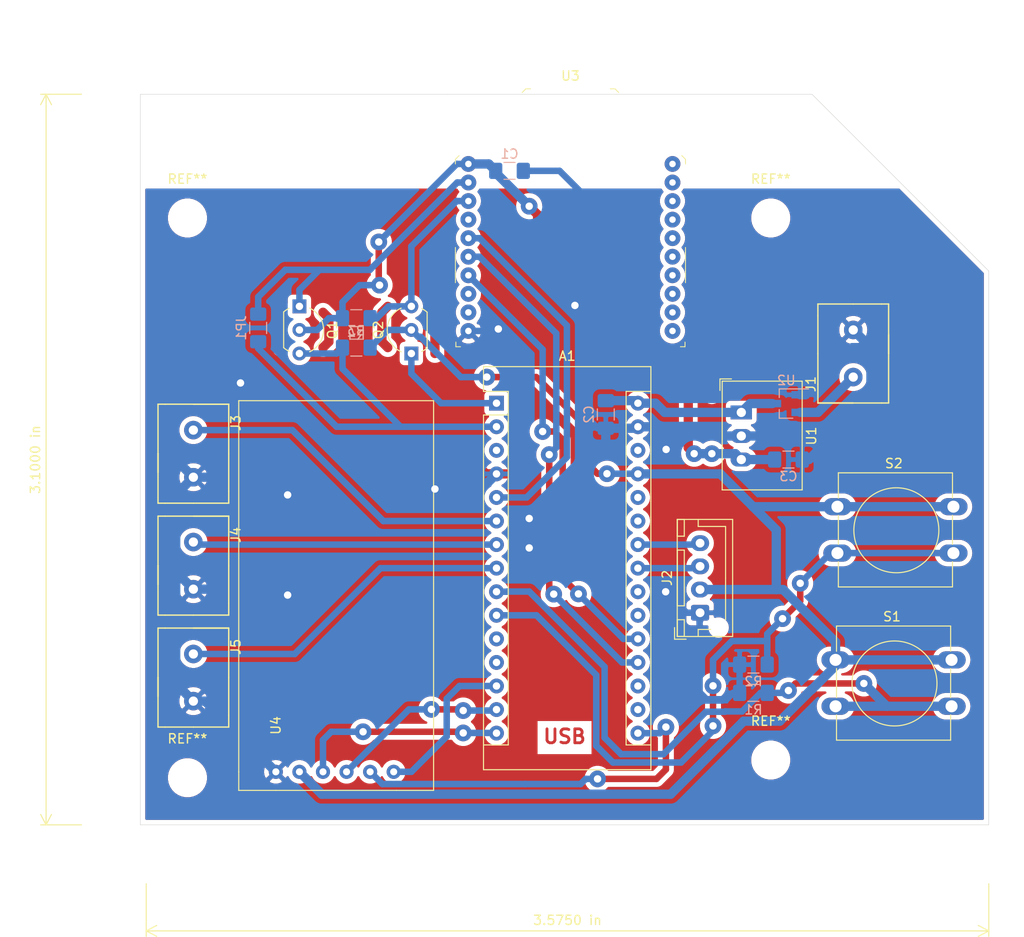
<source format=kicad_pcb>
(kicad_pcb (version 20171130) (host pcbnew 5.1.5-52549c5~84~ubuntu19.04.1)
  (layers (0 F.Cu signal) (31 B.Cu signal) (34 B.Paste user) (35 F.Paste user) (36 B.SilkS user) (37 F.SilkS user) (38 B.Mask user) (39 F.Mask user) (44 Edge.Cuts user))
  (net 0 "")
  (net 1 /TX_Duino)
  (net 2 "Net-(A1-Pad17)")
  (net 3 /RX_Duino)
  (net 4 "Net-(A1-Pad18)")
  (net 5 "Net-(A1-Pad3)")
  (net 6 /PWM0_XBEE)
  (net 7 GND)
  (net 8 /PWM1_XBEE)
  (net 9 /Xbee-reset)
  (net 10 "Net-(A1-Pad21)")
  (net 11 /IO1)
  (net 12 "Net-(A1-Pad22)")
  (net 13 /IO2)
  (net 14 /SDA)
  (net 15 /IO3)
  (net 16 /SCL)
  (net 17 "Net-(A1-Pad25)")
  (net 18 "Net-(A1-Pad26)")
  (net 19 "Net-(A1-Pad11)")
  (net 20 +5V)
  (net 21 "Net-(A1-Pad12)")
  (net 22 "Net-(A1-Pad28)")
  (net 23 /~CS)
  (net 24 /MOSI)
  (net 25 +12V)
  (net 26 /MISO)
  (net 27 /SCK)
  (net 28 "Net-(J1-Pad2)")
  (net 29 /DOUT)
  (net 30 +3V3)
  (net 31 /DIN)
  (net 32 /Bouton1_IN)
  (net 33 /Bouton2_IN)
  (net 34 "Net-(U3-Pad4)")
  (net 35 "Net-(U3-Pad8)")
  (net 36 "Net-(U3-Pad9)")
  (net 37 "Net-(U3-Pad11)")
  (net 38 "Net-(U3-Pad12)")
  (net 39 "Net-(U3-Pad13)")
  (net 40 "Net-(U3-Pad14)")
  (net 41 "Net-(U3-Pad15)")
  (net 42 "Net-(U3-Pad16)")
  (net 43 "Net-(U3-Pad17)")
  (net 44 "Net-(U3-Pad18)")
  (net 45 "Net-(U3-Pad19)")
  (net 46 "Net-(U3-Pad20)")
  (module Capacitor_SMD:C_1206_3216Metric_Pad1.42x1.75mm_HandSolder (layer B.Cu) (at 140.97 88.9)
    (fp_text reference C3 (at 0 1.82) (layer B.SilkS) (effects (justify mirror)))
    (fp_text value 10uF)
    (pad 2 smd roundrect (at 1.4875 0) (size 1.425 1.75) (layers B.Cu B.Paste B.Mask) (roundrect_rratio 0.175439) (net 7 GND))
    (pad 1 smd roundrect (at -1.4875 0) (size 1.425 1.75) (layers B.Cu B.Paste B.Mask) (roundrect_rratio 0.175439) (net 30 +3V3))
  )
  (module Package_TO_SOT_SMD:SOT-23_Handsoldering (layer B.Cu) (at 140.74 82.865 180)
    (fp_text reference U2 (at 0 2.5) (layer B.SilkS) (effects (justify mirror)))
    (fp_text value PMOS)
    (pad 1 smd rect (at -1.5 0.95 180) (size 1.9 0.8) (layers B.Cu B.Paste B.Mask) (net 7 GND))
    (pad 3 smd rect (at -1.5 -0.95 180) (size 1.9 0.8) (layers B.Cu B.Paste B.Mask) (net 28 "Net-(J1-Pad2)"))
    (pad 2 smd rect (at 1.5 0 180) (size 1.9 0.8) (layers B.Cu B.Paste B.Mask) (net 25 +12V))
  )
  (module Button_Switch_THT:SW_PUSH-12mm (layer F.Cu) (at 146.25 93.98)
    (fp_text reference S2 (at 6.08 -4.66) (layer F.SilkS))
    (fp_text value GPTS203211B)
    (pad 2 thru_hole oval (at 0 5) (size 3.048 1.85) (drill 1.3) (layers *.Cu *.Mask) (net 33 /Bouton2_IN))
    (pad 1 thru_hole oval (at 0 0) (size 3.048 1.85) (drill 1.3) (layers *.Cu *.Mask) (net 20 +5V))
    (pad 2 thru_hole oval (at 12.5 5) (size 3.048 1.85) (drill 1.3) (layers *.Cu *.Mask) (net 33 /Bouton2_IN))
    (pad 1 thru_hole oval (at 12.5 0) (size 3.048 1.85) (drill 1.3) (layers *.Cu *.Mask) (net 20 +5V))
  )
  (module Button_Switch_THT:SW_PUSH-12mm (layer F.Cu) (at 146.05 110.49)
    (fp_text reference S1 (at 6.08 -4.66) (layer F.SilkS))
    (fp_text value GPTS203211B)
    (pad 2 thru_hole oval (at 0 5) (size 3.048 1.85) (drill 1.3) (layers *.Cu *.Mask) (net 32 /Bouton1_IN))
    (pad 1 thru_hole oval (at 0 0) (size 3.048 1.85) (drill 1.3) (layers *.Cu *.Mask) (net 20 +5V))
    (pad 2 thru_hole oval (at 12.5 5) (size 3.048 1.85) (drill 1.3) (layers *.Cu *.Mask) (net 32 /Bouton1_IN))
    (pad 1 thru_hole oval (at 12.5 0) (size 3.048 1.85) (drill 1.3) (layers *.Cu *.Mask) (net 20 +5V))
  )
  (module Package_TO_SOT_THT:TO-92L_Inline_Wide (layer F.Cu) (at 88.265 72.39 270)
    (fp_text reference Q1 (at 2.54 -3.56 90) (layer F.SilkS))
    (fp_text value Q_NMOS_DGS)
    (pad 2 thru_hole circle (at 2.54 0) (size 1.5 1.5) (drill 0.8) (layers *.Cu *.Mask) (net 30 +3V3))
    (pad 1 thru_hole circle (at 5.08 0) (size 1.5 1.5) (drill 0.8) (layers *.Cu *.Mask) (net 3 /RX_Duino))
    (pad 3 thru_hole rect (at 0 0) (size 1.5 1.5) (drill 0.8) (layers *.Cu *.Mask) (net 29 /DOUT))
  )
  (module Package_TO_SOT_THT:TO-92L_Inline_Wide (layer F.Cu) (at 100.33 77.47 90)
    (fp_text reference Q2 (at 2.54 -3.56 270) (layer F.SilkS))
    (fp_text value Q_NMOS_DGS)
    (pad 3 thru_hole rect (at 0 0 180) (size 1.5 1.5) (drill 0.8) (layers *.Cu *.Mask) (net 1 /TX_Duino))
    (pad 1 thru_hole circle (at 5.08 0 180) (size 1.5 1.5) (drill 0.8) (layers *.Cu *.Mask) (net 31 /DIN))
    (pad 2 thru_hole circle (at 2.54 0 180) (size 1.5 1.5) (drill 0.8) (layers *.Cu *.Mask) (net 20 +5V))
  )
  (module MountingHole:MountingHole_3.2mm_M3 (layer F.Cu) (at 76.2 123.19)
    (fp_text reference REF** (at 0 -4.2) (layer F.SilkS))
    (fp_text value MountingHole_3.2mm_M3)
    (pad 1 np_thru_hole circle (at 0 0) (size 3.2 3.2) (drill 3.2) (layers *.Cu *.Mask))
  )
  (module MountingHole:MountingHole_3.2mm_M3 (layer F.Cu) (at 139.065 121.285)
    (fp_text reference REF** (at 0 -4.2) (layer F.SilkS))
    (fp_text value MountingHole_3.2mm_M3)
    (pad 1 np_thru_hole circle (at 0 0) (size 3.2 3.2) (drill 3.2) (layers *.Cu *.Mask))
  )
  (module MountingHole:MountingHole_3.2mm_M3 (layer F.Cu) (at 139.065 62.865)
    (fp_text reference REF** (at 0 -4.2) (layer F.SilkS))
    (fp_text value MountingHole_3.2mm_M3)
    (pad 1 np_thru_hole circle (at 0 0) (size 3.2 3.2) (drill 3.2) (layers *.Cu *.Mask))
  )
  (module MountingHole:MountingHole_3.2mm_M3 (layer F.Cu) (at 76.2 62.865)
    (fp_text reference REF** (at 0 -4.2) (layer F.SilkS))
    (fp_text value MountingHole_3.2mm_M3)
    (pad 1 np_thru_hole circle (at 0 0) (size 3.2 3.2) (drill 3.2) (layers *.Cu *.Mask))
  )
  (module Capacitor_SMD:C_1206_3216Metric_Pad1.42x1.75mm_HandSolder (layer B.Cu) (at 121.285 84.0375 270)
    (fp_text reference C2 (at 0 1.82 270) (layer B.SilkS) (effects (justify mirror)))
    (fp_text value C)
    (pad 2 smd roundrect (at 1.4875 0 270) (size 1.425 1.75) (layers B.Cu B.Paste B.Mask) (roundrect_rratio 0.175439) (net 7 GND))
    (pad 1 smd roundrect (at -1.4875 0 270) (size 1.425 1.75) (layers B.Cu B.Paste B.Mask) (roundrect_rratio 0.175439) (net 25 +12V))
  )
  (module Capacitor_SMD:C_1206_3216Metric_Pad1.42x1.75mm_HandSolder (layer B.Cu) (at 110.9075 57.785 180)
    (fp_text reference C1 (at 0 1.82) (layer B.SilkS) (effects (justify mirror)))
    (fp_text value 10uF)
    (pad 2 smd roundrect (at 1.4875 0 180) (size 1.425 1.75) (layers B.Cu B.Paste B.Mask) (roundrect_rratio 0.175439) (net 30 +3V3))
    (pad 1 smd roundrect (at -1.4875 0 180) (size 1.425 1.75) (layers B.Cu B.Paste B.Mask) (roundrect_rratio 0.175439) (net 7 GND))
  )
  (module Module:Arduino_Nano (layer F.Cu) (at 109.505001 82.825001)
    (fp_text reference A1 (at 7.62 -5.08) (layer F.SilkS))
    (fp_text value Arduino_Nano_v3.x)
    (pad 1 thru_hole rect (at 0 0) (size 1.6 1.6) (drill 0.8) (layers *.Cu *.Mask) (net 1 /TX_Duino))
    (pad 17 thru_hole oval (at 15.24 33.02) (size 1.6 1.6) (drill 0.8) (layers *.Cu *.Mask) (net 2 "Net-(A1-Pad17)"))
    (pad 2 thru_hole oval (at 0 2.54) (size 1.6 1.6) (drill 0.8) (layers *.Cu *.Mask) (net 3 /RX_Duino))
    (pad 18 thru_hole oval (at 15.24 30.48) (size 1.6 1.6) (drill 0.8) (layers *.Cu *.Mask) (net 4 "Net-(A1-Pad18)"))
    (pad 3 thru_hole oval (at 0 5.08) (size 1.6 1.6) (drill 0.8) (layers *.Cu *.Mask) (net 5 "Net-(A1-Pad3)"))
    (pad 19 thru_hole oval (at 15.24 27.94) (size 1.6 1.6) (drill 0.8) (layers *.Cu *.Mask) (net 6 /PWM0_XBEE))
    (pad 4 thru_hole oval (at 0 7.62) (size 1.6 1.6) (drill 0.8) (layers *.Cu *.Mask) (net 7 GND))
    (pad 20 thru_hole oval (at 15.24 25.4) (size 1.6 1.6) (drill 0.8) (layers *.Cu *.Mask) (net 8 /PWM1_XBEE))
    (pad 5 thru_hole oval (at 0 10.16) (size 1.6 1.6) (drill 0.8) (layers *.Cu *.Mask) (net 9 /Xbee-reset))
    (pad 21 thru_hole oval (at 15.24 22.86) (size 1.6 1.6) (drill 0.8) (layers *.Cu *.Mask) (net 10 "Net-(A1-Pad21)"))
    (pad 6 thru_hole oval (at 0 12.7) (size 1.6 1.6) (drill 0.8) (layers *.Cu *.Mask) (net 11 /IO1))
    (pad 22 thru_hole oval (at 15.24 20.32) (size 1.6 1.6) (drill 0.8) (layers *.Cu *.Mask) (net 12 "Net-(A1-Pad22)"))
    (pad 7 thru_hole oval (at 0 15.24) (size 1.6 1.6) (drill 0.8) (layers *.Cu *.Mask) (net 13 /IO2))
    (pad 23 thru_hole oval (at 15.24 17.78) (size 1.6 1.6) (drill 0.8) (layers *.Cu *.Mask) (net 14 /SDA))
    (pad 8 thru_hole oval (at 0 17.78) (size 1.6 1.6) (drill 0.8) (layers *.Cu *.Mask) (net 15 /IO3))
    (pad 24 thru_hole oval (at 15.24 15.24) (size 1.6 1.6) (drill 0.8) (layers *.Cu *.Mask) (net 16 /SCL))
    (pad 9 thru_hole oval (at 0 20.32) (size 1.6 1.6) (drill 0.8) (layers *.Cu *.Mask) (net 32 /Bouton1_IN))
    (pad 25 thru_hole oval (at 15.24 12.7) (size 1.6 1.6) (drill 0.8) (layers *.Cu *.Mask) (net 17 "Net-(A1-Pad25)"))
    (pad 10 thru_hole oval (at 0 22.86) (size 1.6 1.6) (drill 0.8) (layers *.Cu *.Mask) (net 33 /Bouton2_IN))
    (pad 26 thru_hole oval (at 15.24 10.16) (size 1.6 1.6) (drill 0.8) (layers *.Cu *.Mask) (net 18 "Net-(A1-Pad26)"))
    (pad 11 thru_hole oval (at 0 25.4) (size 1.6 1.6) (drill 0.8) (layers *.Cu *.Mask) (net 19 "Net-(A1-Pad11)"))
    (pad 27 thru_hole oval (at 15.24 7.62) (size 1.6 1.6) (drill 0.8) (layers *.Cu *.Mask) (net 20 +5V))
    (pad 12 thru_hole oval (at 0 27.94) (size 1.6 1.6) (drill 0.8) (layers *.Cu *.Mask) (net 21 "Net-(A1-Pad12)"))
    (pad 28 thru_hole oval (at 15.24 5.08) (size 1.6 1.6) (drill 0.8) (layers *.Cu *.Mask) (net 22 "Net-(A1-Pad28)"))
    (pad 13 thru_hole oval (at 0 30.48) (size 1.6 1.6) (drill 0.8) (layers *.Cu *.Mask) (net 23 /~CS))
    (pad 29 thru_hole oval (at 15.24 2.54) (size 1.6 1.6) (drill 0.8) (layers *.Cu *.Mask) (net 7 GND))
    (pad 14 thru_hole oval (at 0 33.02) (size 1.6 1.6) (drill 0.8) (layers *.Cu *.Mask) (net 24 /MOSI))
    (pad 30 thru_hole oval (at 15.24 0) (size 1.6 1.6) (drill 0.8) (layers *.Cu *.Mask) (net 25 +12V))
    (pad 15 thru_hole oval (at 0 35.56) (size 1.6 1.6) (drill 0.8) (layers *.Cu *.Mask) (net 26 /MISO))
    (pad 16 thru_hole oval (at 15.24 35.56) (size 1.6 1.6) (drill 0.8) (layers *.Cu *.Mask) (net 27 /SCK))
  )
  (module rex:BatConn (layer F.Cu) (at 147.955 77.47 90)
    (fp_text reference J1 (at -3.302 -4.572 90) (layer F.SilkS))
    (fp_text value Conn_01x02)
    (pad 1 thru_hole circle (at 2.54 0 90) (size 2 2) (drill 1) (layers *.Cu *.Mask) (net 7 GND))
    (pad 2 thru_hole circle (at -2.54 0 90) (size 2 2) (drill 1) (layers *.Cu *.Mask) (net 28 "Net-(J1-Pad2)"))
  )
  (module Connector_JST:JST_XH_B4B-XH-AM_1x04_P2.50mm_Vertical (layer F.Cu) (at 131.445 105.41 90)
    (fp_text reference J2 (at 3.75 -3.55 90) (layer F.SilkS))
    (fp_text value Conn_01x04)
    (pad 1 thru_hole roundrect (at 0 0 90) (size 1.7 1.95) (drill 0.95) (layers *.Cu *.Mask) (roundrect_rratio 0.147059) (net 7 GND))
    (pad 2 thru_hole oval (at 2.5 0 90) (size 1.7 1.95) (drill 0.95) (layers *.Cu *.Mask) (net 20 +5V))
    (pad 3 thru_hole oval (at 5 0 90) (size 1.7 1.95) (drill 0.95) (layers *.Cu *.Mask) (net 14 /SDA))
    (pad 4 thru_hole oval (at 7.5 0 90) (size 1.7 1.95) (drill 0.95) (layers *.Cu *.Mask) (net 16 /SCL))
    (pad "" np_thru_hole circle (at -1.6 2 90) (size 1.2 1.2) (drill 1.2) (layers *.Cu *.Mask))
  )
  (module rex:BatConn (layer F.Cu) (at 76.835 88.265 270)
    (fp_text reference J3 (at -3.302 -4.572 90) (layer F.SilkS))
    (fp_text value Conn_01x02)
    (pad 2 thru_hole circle (at -2.54 0 270) (size 2 2) (drill 1) (layers *.Cu *.Mask) (net 11 /IO1))
    (pad 1 thru_hole circle (at 2.54 0 270) (size 2 2) (drill 1) (layers *.Cu *.Mask) (net 7 GND))
  )
  (module rex:BatConn (layer F.Cu) (at 76.835 100.33 270)
    (fp_text reference J4 (at -3.302 -4.572 90) (layer F.SilkS))
    (fp_text value Conn_01x02)
    (pad 2 thru_hole circle (at -2.54 0 270) (size 2 2) (drill 1) (layers *.Cu *.Mask) (net 13 /IO2))
    (pad 1 thru_hole circle (at 2.54 0 270) (size 2 2) (drill 1) (layers *.Cu *.Mask) (net 7 GND))
  )
  (module rex:BatConn (layer F.Cu) (at 76.835 112.395 270)
    (fp_text reference J5 (at -3.302 -4.572 90) (layer F.SilkS))
    (fp_text value Conn_01x02)
    (pad 1 thru_hole circle (at 2.54 0 270) (size 2 2) (drill 1) (layers *.Cu *.Mask) (net 7 GND))
    (pad 2 thru_hole circle (at -2.54 0 270) (size 2 2) (drill 1) (layers *.Cu *.Mask) (net 15 /IO3))
  )
  (module Resistor_SMD:R_1206_3216Metric_Pad1.42x1.75mm_HandSolder (layer B.Cu) (at 83.82 74.7125 270)
    (fp_text reference JP1 (at 0 1.82 270) (layer B.SilkS) (effects (justify mirror)))
    (fp_text value SolderJumper_2_Open)
    (pad 1 smd roundrect (at -1.4875 0 270) (size 1.425 1.75) (layers B.Cu B.Paste B.Mask) (roundrect_rratio 0.175439) (net 29 /DOUT))
    (pad 2 smd roundrect (at 1.4875 0 270) (size 1.425 1.75) (layers B.Cu B.Paste B.Mask) (roundrect_rratio 0.175439) (net 3 /RX_Duino))
  )
  (module Resistor_SMD:R_1206_3216Metric_Pad1.42x1.75mm_HandSolder (layer B.Cu) (at 137.1965 114.046)
    (fp_text reference R1 (at 0 1.82) (layer B.SilkS) (effects (justify mirror)))
    (fp_text value "1kR pull-down")
    (pad 2 smd roundrect (at 1.4875 0) (size 1.425 1.75) (layers B.Cu B.Paste B.Mask) (roundrect_rratio 0.175439) (net 32 /Bouton1_IN))
    (pad 1 smd roundrect (at -1.4875 0) (size 1.425 1.75) (layers B.Cu B.Paste B.Mask) (roundrect_rratio 0.175439) (net 7 GND))
  )
  (module Resistor_SMD:R_1206_3216Metric_Pad1.42x1.75mm_HandSolder (layer B.Cu) (at 137.1965 110.998)
    (fp_text reference R2 (at 0 1.82) (layer B.SilkS) (effects (justify mirror)))
    (fp_text value "1kR pull-down")
    (pad 2 smd roundrect (at 1.4875 0) (size 1.425 1.75) (layers B.Cu B.Paste B.Mask) (roundrect_rratio 0.175439) (net 33 /Bouton2_IN))
    (pad 1 smd roundrect (at -1.4875 0) (size 1.425 1.75) (layers B.Cu B.Paste B.Mask) (roundrect_rratio 0.175439) (net 7 GND))
  )
  (module Resistor_SMD:R_1206_3216Metric_Pad1.42x1.75mm_HandSolder (layer B.Cu) (at 94.3975 76.835 180)
    (fp_text reference R3 (at 0 1.82) (layer B.SilkS) (effects (justify mirror)))
    (fp_text value "1kR pull-up")
    (pad 1 smd roundrect (at -1.4875 0 180) (size 1.425 1.75) (layers B.Cu B.Paste B.Mask) (roundrect_rratio 0.175439) (net 20 +5V))
    (pad 2 smd roundrect (at 1.4875 0 180) (size 1.425 1.75) (layers B.Cu B.Paste B.Mask) (roundrect_rratio 0.175439) (net 3 /RX_Duino))
  )
  (module Resistor_SMD:R_1206_3216Metric_Pad1.42x1.75mm_HandSolder (layer B.Cu) (at 94.3975 73.66)
    (fp_text reference R4 (at 0 1.82) (layer B.SilkS) (effects (justify mirror)))
    (fp_text value "1kR pull-up")
    (pad 1 smd roundrect (at -1.4875 0) (size 1.425 1.75) (layers B.Cu B.Paste B.Mask) (roundrect_rratio 0.175439) (net 30 +3V3))
    (pad 2 smd roundrect (at 1.4875 0) (size 1.425 1.75) (layers B.Cu B.Paste B.Mask) (roundrect_rratio 0.175439) (net 31 /DIN))
  )
  (module Converter_DCDC:Converter_DCDC_RECOM_R-78E-0.5_THT (layer F.Cu) (at 135.89 83.82 270)
    (fp_text reference U1 (at 2.54 -7.56 90) (layer F.SilkS))
    (fp_text value R-78C3.3-1.0)
    (pad 1 thru_hole rect (at 0 0 270) (size 1.5 2.3) (drill 1) (layers *.Cu *.Mask) (net 25 +12V))
    (pad 2 thru_hole oval (at 2.54 0 270) (size 1.5 2.3) (drill 1) (layers *.Cu *.Mask) (net 7 GND))
    (pad 3 thru_hole oval (at 5.08 0 270) (size 1.5 2.3) (drill 1) (layers *.Cu *.Mask) (net 30 +3V3))
  )
  (module digikey-footprints:XBEE-20_THT (layer F.Cu) (at 117.475 66.04)
    (fp_text reference U3 (at 0 -18.49) (layer F.SilkS))
    (fp_text value Xbee802.15.4)
    (pad 1 thru_hole circle (at -11 -9) (size 1.7 1.7) (drill 0.7) (layers *.Cu *.Mask) (net 30 +3V3))
    (pad 2 thru_hole circle (at -11 -7) (size 1.7 1.7) (drill 0.7) (layers *.Cu *.Mask) (net 29 /DOUT))
    (pad 3 thru_hole circle (at -11 -5) (size 1.7 1.7) (drill 0.7) (layers *.Cu *.Mask) (net 31 /DIN))
    (pad 4 thru_hole circle (at -11 -3) (size 1.7 1.7) (drill 0.7) (layers *.Cu *.Mask) (net 34 "Net-(U3-Pad4)"))
    (pad 5 thru_hole circle (at -11 -1) (size 1.7 1.7) (drill 0.7) (layers *.Cu *.Mask) (net 9 /Xbee-reset))
    (pad 6 thru_hole circle (at -11 1) (size 1.7 1.7) (drill 0.7) (layers *.Cu *.Mask) (net 6 /PWM0_XBEE))
    (pad 7 thru_hole circle (at -11 3) (size 1.7 1.7) (drill 0.7) (layers *.Cu *.Mask) (net 8 /PWM1_XBEE))
    (pad 8 thru_hole circle (at -11 5) (size 1.7 1.7) (drill 0.7) (layers *.Cu *.Mask) (net 35 "Net-(U3-Pad8)"))
    (pad 9 thru_hole circle (at -11 7) (size 1.7 1.7) (drill 0.7) (layers *.Cu *.Mask) (net 36 "Net-(U3-Pad9)"))
    (pad 10 thru_hole circle (at -11 9) (size 1.7 1.7) (drill 0.7) (layers *.Cu *.Mask) (net 7 GND))
    (pad 11 thru_hole circle (at 11 9) (size 1.7 1.7) (drill 0.7) (layers *.Cu *.Mask) (net 37 "Net-(U3-Pad11)"))
    (pad 12 thru_hole circle (at 11 7) (size 1.7 1.7) (drill 0.7) (layers *.Cu *.Mask) (net 38 "Net-(U3-Pad12)"))
    (pad 13 thru_hole circle (at 11 5) (size 1.7 1.7) (drill 0.7) (layers *.Cu *.Mask) (net 39 "Net-(U3-Pad13)"))
    (pad 14 thru_hole circle (at 11 3) (size 1.7 1.7) (drill 0.7) (layers *.Cu *.Mask) (net 40 "Net-(U3-Pad14)"))
    (pad 15 thru_hole circle (at 11 1) (size 1.7 1.7) (drill 0.7) (layers *.Cu *.Mask) (net 41 "Net-(U3-Pad15)"))
    (pad 16 thru_hole circle (at 11 -1) (size 1.7 1.7) (drill 0.7) (layers *.Cu *.Mask) (net 42 "Net-(U3-Pad16)"))
    (pad 17 thru_hole circle (at 11 -3) (size 1.7 1.7) (drill 0.7) (layers *.Cu *.Mask) (net 43 "Net-(U3-Pad17)"))
    (pad 18 thru_hole circle (at 11 -5) (size 1.7 1.7) (drill 0.7) (layers *.Cu *.Mask) (net 44 "Net-(U3-Pad18)"))
    (pad 19 thru_hole circle (at 11 -7) (size 1.7 1.7) (drill 0.7) (layers *.Cu *.Mask) (net 45 "Net-(U3-Pad19)"))
    (pad 20 thru_hole circle (at 11 -9) (size 1.7 1.7) (drill 0.7) (layers *.Cu *.Mask) (net 46 "Net-(U3-Pad20)"))
  )
  (module Capteurs:HW-125 (layer F.Cu) (at 85.725 122.555 90)
    (fp_text reference U4 (at 5 0 90) (layer F.SilkS))
    (fp_text value SD_card)
    (pad 1 thru_hole circle (at 0 0 90) (size 1.524 1.524) (drill 0.762) (layers *.Cu *.Mask) (net 7 GND))
    (pad 2 thru_hole circle (at 0 2.54 90) (size 1.524 1.524) (drill 0.762) (layers *.Cu *.Mask) (net 20 +5V))
    (pad 3 thru_hole circle (at 0 5.08 90) (size 1.524 1.524) (drill 0.762) (layers *.Cu *.Mask) (net 26 /MISO))
    (pad 4 thru_hole circle (at 0 7.62 90) (size 1.524 1.524) (drill 0.762) (layers *.Cu *.Mask) (net 24 /MOSI))
    (pad 5 thru_hole circle (at 0 10.16 90) (size 1.524 1.524) (drill 0.762) (layers *.Cu *.Mask) (net 27 /SCK))
    (pad 6 thru_hole circle (at 0 12.7 90) (size 1.524 1.524) (drill 0.762) (layers *.Cu *.Mask) (net 23 /~CS))
  )
  (dimension 90.805 (width 0.12) (layer F.SilkS) (gr_text "90,805 mm" (at 117.1575 140.97) (layer F.SilkS) (effects (font (size 1 1) (thickness 0.15)))) (feature1 (pts (xy 162.56 134.62) (xy 162.56 140.286421))) (feature2 (pts (xy 71.755 134.62) (xy 71.755 140.286421))) (crossbar (pts (xy 71.755 139.7) (xy 162.56 139.7))) (arrow1a (pts (xy 162.56 139.7) (xy 161.433496 140.286421))) (arrow1b (pts (xy 162.56 139.7) (xy 161.433496 139.113579))) (arrow2a (pts (xy 71.755 139.7) (xy 72.881504 140.286421))) (arrow2b (pts (xy 71.755 139.7) (xy 72.881504 139.113579))))
  (dimension 78.74 (width 0.12) (layer F.SilkS) (gr_text "78,740 mm" (at 59.690001 88.9 270) (layer F.SilkS) (effects (font (size 1 1) (thickness 0.15)))) (feature1 (pts (xy 64.77 128.27) (xy 60.37358 128.27))) (feature2 (pts (xy 64.77 49.53) (xy 60.37358 49.53))) (crossbar (pts (xy 60.960001 49.53) (xy 60.960001 128.27))) (arrow1a (pts (xy 60.960001 128.27) (xy 60.37358 127.143496))) (arrow1b (pts (xy 60.960001 128.27) (xy 61.546422 127.143496))) (arrow2a (pts (xy 60.960001 49.53) (xy 60.37358 50.656504))) (arrow2b (pts (xy 60.960001 49.53) (xy 61.546422 50.656504))))
  (gr_text USB (at 116.84 118.745) (layer F.Cu) (effects (font (size 1.5 1.5) (thickness 0.3))))
  (gr_text "IN\nGND\nOUT" (at 137.16 74.93) (layer F.Cu) (effects (font (size 1.5 1.5) (thickness 0.3))))
  (gr_text "IO\n--\nGND" (at 76.835 78.74) (layer F.Cu) (effects (font (size 1.5 1.5) (thickness 0.3))))
  (gr_text "+\n-" (at 156.21 77.47) (layer F.Cu) (effects (font (size 3 3) (thickness 0.3)) (justify mirror)))
  (gr_line (start 71.12 49.53) (end 104.14 49.53) (layer Edge.Cuts) (width 0.05))
  (gr_line (start 71.12 74.93) (end 71.12 49.53) (layer Edge.Cuts) (width 0.05))
  (gr_line (start 143.51 49.53) (end 104.14 49.53) (layer Edge.Cuts) (width 0.05))
  (gr_line (start 151.13 57.15) (end 143.51 49.53) (layer Edge.Cuts) (width 0.05))
  (gr_line (start 162.56 68.58) (end 151.13 57.15) (layer Edge.Cuts) (width 0.05))
  (gr_line (start 162.56 78.74) (end 162.56 68.58) (layer Edge.Cuts) (width 0.05))
  (gr_line (start 162.56 128.27) (end 162.56 78.74) (layer Edge.Cuts) (width 0.05))
  (gr_line (start 71.12 128.27) (end 162.56 128.27) (layer Edge.Cuts) (width 0.05))
  (gr_line (start 71.12 74.93) (end 71.12 128.27) (layer Edge.Cuts) (width 0.05))
  (segment (start 133.985 79.375) (end 133.35 80.01) (width 1) (layer F.Cu) (net 0))
  (segment (start 133.35 80.01) (end 132.715 80.645) (width 1) (layer F.Cu) (net 0))
  (segment (start 132.715 80.645) (end 132.715 81.28) (width 1) (layer F.Cu) (net 0))
  (segment (start 133.985 79.375) (end 135.255 79.375) (width 1) (layer F.Cu) (net 0))
  (segment (start 132.715 81.28) (end 132.715 81.915) (width 1) (layer F.Cu) (net 0))
  (segment (start 123.19 66.675) (end 123.19 63.5) (width 1) (layer F.Cu) (net 0))
  (segment (start 122.555 64.135) (end 123.19 63.5) (width 1) (layer F.Cu) (net 0))
  (segment (start 123.19 63.5) (end 123.825 64.135) (width 1) (layer F.Cu) (net 0))
  (segment (start 123.825 64.135) (end 122.555 64.135) (width 1) (layer F.Cu) (net 0))
  (segment (start 121.92 67.31) (end 124.46 69.85) (width 1) (layer F.Cu) (net 0))
  (segment (start 124.46 67.31) (end 121.92 69.85) (width 1) (layer F.Cu) (net 0))
  (segment (start 86.36 73.025) (end 86.36 76.835) (width 1) (layer F.Cu) (net 0))
  (segment (start 102.87 73.025) (end 102.87 77.47) (width 1) (layer F.Cu) (net 0))
  (segment (start 91.44 74.295) (end 91.44 76.2) (width 1) (layer F.Cu) (net 0))
  (segment (start 91.44 76.2) (end 90.805 76.835) (width 1) (layer F.Cu) (net 0))
  (segment (start 91.44 74.295) (end 91.44 73.66) (width 1) (layer F.Cu) (net 0))
  (segment (start 91.44 73.66) (end 90.805 73.025) (width 1) (layer F.Cu) (net 0))
  (segment (start 97.155 74.93) (end 97.155 73.025) (width 1) (layer F.Cu) (net 0))
  (segment (start 97.155 73.025) (end 97.79 72.39) (width 1) (layer F.Cu) (net 0))
  (segment (start 97.155 74.93) (end 97.155 76.2) (width 1) (layer F.Cu) (net 0))
  (segment (start 97.155 76.2) (end 97.79 76.835) (width 1) (layer F.Cu) (net 0))
  (segment (start 100.33 77.47) (end 100.33 79.629) (width 0.7) (layer B.Cu) (net 1))
  (segment (start 103.526001 82.825001) (end 109.505001 82.825001) (width 0.7) (layer B.Cu) (net 1))
  (segment (start 100.33 79.629) (end 103.526001 82.825001) (width 0.7) (layer B.Cu) (net 1))
  (segment (start 83.82 76.9125) (end 92.272501 85.365001) (width 0.7) (layer B.Cu) (net 3))
  (segment (start 108.373631 85.365001) (end 109.505001 85.365001) (width 0.7) (layer B.Cu) (net 3))
  (segment (start 83.82 76.2) (end 83.82 76.9125) (width 0.7) (layer B.Cu) (net 3))
  (segment (start 92.91 79.109002) (end 92.91 76.835) (width 0.7) (layer B.Cu) (net 3))
  (segment (start 99.165999 85.365001) (end 92.91 79.109002) (width 0.7) (layer B.Cu) (net 3))
  (segment (start 99.165999 85.365001) (end 108.373631 85.365001) (width 0.7) (layer B.Cu) (net 3))
  (segment (start 92.272501 85.365001) (end 99.165999 85.365001) (width 0.7) (layer B.Cu) (net 3))
  (segment (start 92.275 77.47) (end 92.91 76.835) (width 0.7) (layer B.Cu) (net 3))
  (segment (start 88.265 77.47) (end 92.275 77.47) (width 0.7) (layer B.Cu) (net 3))
  (segment (start 107.677081 67.04) (end 115.951 75.313919) (width 0.7) (layer B.Cu) (net 6))
  (segment (start 106.475 67.04) (end 107.677081 67.04) (width 0.7) (layer B.Cu) (net 6))
  (via (at 115.189 88.3666) (size 1.8) (drill 0.8) (layers F.Cu B.Cu) (net 6))
  (segment (start 115.951 75.313919) (end 115.951 87.6046) (width 0.7) (layer B.Cu) (net 6))
  (segment (start 115.951 87.6046) (end 115.189 88.3666) (width 0.7) (layer B.Cu) (net 6))
  (segment (start 115.189 88.3666) (end 115.189 102.9208) (width 0.7) (layer F.Cu) (net 6))
  (via (at 115.6716 103.4034) (size 1.8) (drill 0.8) (layers F.Cu B.Cu) (net 6))
  (segment (start 115.189 102.9208) (end 115.6716 103.4034) (width 0.7) (layer F.Cu) (net 6))
  (segment (start 123.033201 110.765001) (end 124.745001 110.765001) (width 0.7) (layer B.Cu) (net 6))
  (segment (start 115.6716 103.4034) (end 123.033201 110.765001) (width 0.7) (layer B.Cu) (net 6))
  (segment (start 135.89 86.36) (end 140.52 86.36) (width 1) (layer B.Cu) (net 7))
  (segment (start 124.585002 85.525) (end 124.745001 85.365001) (width 1) (layer B.Cu) (net 7))
  (segment (start 121.285 85.525) (end 124.585002 85.525) (width 1) (layer B.Cu) (net 7))
  (segment (start 133.35 86.36) (end 135.89 86.36) (width 1) (layer B.Cu) (net 7))
  (segment (start 132.355001 85.365001) (end 133.35 86.36) (width 1) (layer B.Cu) (net 7))
  (segment (start 147.955 74.93) (end 149.86 76.835) (width 1) (layer B.Cu) (net 7))
  (segment (start 149.86 76.835) (end 149.86 81.28) (width 1) (layer B.Cu) (net 7))
  (segment (start 144.78 86.36) (end 140.52 86.36) (width 1) (layer B.Cu) (net 7))
  (segment (start 149.86 81.28) (end 144.78 86.36) (width 1) (layer B.Cu) (net 7))
  (segment (start 78.105 114.935) (end 76.835 114.935) (width 1) (layer B.Cu) (net 7))
  (segment (start 85.725 122.555) (end 78.105 114.935) (width 1) (layer B.Cu) (net 7))
  (segment (start 74.93 100.965) (end 76.835 102.87) (width 1) (layer B.Cu) (net 7))
  (segment (start 76.835 90.805) (end 74.93 92.71) (width 1) (layer B.Cu) (net 7))
  (segment (start 74.93 92.71) (end 74.93 100.965) (width 1) (layer B.Cu) (net 7))
  (segment (start 74.93 113.03) (end 76.835 114.935) (width 1) (layer B.Cu) (net 7))
  (segment (start 74.93 100.965) (end 74.93 113.03) (width 1) (layer B.Cu) (net 7))
  (segment (start 76.835 90.805) (end 89.027 90.805) (width 1) (layer B.Cu) (net 7))
  (segment (start 89.027 90.805) (end 89.154 90.678) (width 1) (layer B.Cu) (net 7))
  (segment (start 90.053999 89.778001) (end 89.154 90.678) (width 1) (layer F.Cu) (net 7))
  (segment (start 107.706631 89.778001) (end 90.053999 89.778001) (width 1) (layer F.Cu) (net 7))
  (segment (start 108.373631 90.445001) (end 107.706631 89.778001) (width 1) (layer F.Cu) (net 7))
  (segment (start 109.505001 90.445001) (end 108.373631 90.445001) (width 1) (layer F.Cu) (net 7))
  (segment (start 93.450999 90.445001) (end 109.505001 90.445001) (width 1) (layer F.Cu) (net 7))
  (segment (start 91.186 92.71) (end 93.450999 90.445001) (width 1) (layer F.Cu) (net 7))
  (segment (start 91.186 92.71) (end 89.154 90.678) (width 1) (layer B.Cu) (net 7))
  (segment (start 135.709 114.046) (end 135.709 110.998) (width 0.7) (layer B.Cu) (net 7))
  (segment (start 134.9965 114.046) (end 135.709 114.046) (width 0.7) (layer B.Cu) (net 7))
  (segment (start 132.145999 114.734001) (end 134.308499 114.734001) (width 0.7) (layer B.Cu) (net 7))
  (segment (start 134.308499 114.734001) (end 134.9965 114.046) (width 0.7) (layer B.Cu) (net 7))
  (segment (start 131.391999 113.980001) (end 132.145999 114.734001) (width 0.7) (layer B.Cu) (net 7))
  (segment (start 131.391999 106.313001) (end 131.391999 113.980001) (width 0.7) (layer B.Cu) (net 7))
  (segment (start 131.445 106.26) (end 131.391999 106.313001) (width 0.7) (layer B.Cu) (net 7))
  (segment (start 131.445 105.41) (end 131.445 106.26) (width 0.7) (layer B.Cu) (net 7))
  (via (at 109.7026 74.8284) (size 1.8) (drill 0.8) (layers F.Cu B.Cu) (net 7))
  (segment (start 106.475 75.04) (end 109.491 75.04) (width 0.7) (layer B.Cu) (net 7))
  (segment (start 109.491 75.04) (end 109.7026 74.8284) (width 0.7) (layer B.Cu) (net 7))
  (via (at 117.9576 72.2884) (size 1.8) (drill 0.8) (layers F.Cu B.Cu) (net 7))
  (segment (start 109.7026 74.8284) (end 115.4176 74.8284) (width 0.7) (layer F.Cu) (net 7))
  (segment (start 115.4176 74.8284) (end 117.9576 72.2884) (width 0.7) (layer F.Cu) (net 7))
  (segment (start 117.9576 72.2884) (end 119.634 70.612) (width 0.7) (layer B.Cu) (net 7))
  (segment (start 119.634 70.612) (end 119.634 61.1124) (width 0.7) (layer B.Cu) (net 7))
  (segment (start 116.3066 57.785) (end 112.395 57.785) (width 0.7) (layer B.Cu) (net 7))
  (segment (start 119.634 61.1124) (end 116.3066 57.785) (width 0.7) (layer B.Cu) (net 7))
  (segment (start 118.857599 83.972599) (end 120.41 85.525) (width 0.7) (layer B.Cu) (net 7))
  (segment (start 118.857599 73.188399) (end 118.857599 83.972599) (width 0.7) (layer B.Cu) (net 7))
  (segment (start 120.41 85.525) (end 121.285 85.525) (width 0.7) (layer B.Cu) (net 7))
  (segment (start 117.9576 72.2884) (end 118.857599 73.188399) (width 0.7) (layer B.Cu) (net 7))
  (segment (start 131.445 105.41) (end 129.9972 105.41) (width 0.7) (layer B.Cu) (net 7))
  (via (at 127.7366 103.1494) (size 1.8) (drill 0.8) (layers F.Cu B.Cu) (net 7))
  (segment (start 129.9972 105.41) (end 127.7366 103.1494) (width 0.7) (layer B.Cu) (net 7))
  (via (at 127.7874 87.8078) (size 1.8) (drill 0.8) (layers F.Cu B.Cu) (net 7))
  (segment (start 127.7366 103.1494) (end 127.7366 87.8586) (width 0.7) (layer F.Cu) (net 7))
  (segment (start 127.7366 87.8586) (end 127.7874 87.8078) (width 0.7) (layer F.Cu) (net 7))
  (segment (start 126.621792 85.3694) (end 126.5936 85.3694) (width 0.7) (layer B.Cu) (net 7))
  (segment (start 127.7874 86.535008) (end 126.621792 85.3694) (width 0.7) (layer B.Cu) (net 7))
  (segment (start 124.745001 85.365001) (end 126.5936 85.3694) (width 1) (layer B.Cu) (net 7))
  (segment (start 127.7874 87.8078) (end 127.7874 86.535008) (width 0.7) (layer B.Cu) (net 7))
  (segment (start 126.5936 85.3694) (end 132.355001 85.365001) (width 1) (layer B.Cu) (net 7))
  (segment (start 121.285 85.525) (end 121.285 86.995) (width 1) (layer B.Cu) (net 7))
  (via (at 113.03 95.25) (size 1.8) (drill 0.8) (layers F.Cu B.Cu) (net 7))
  (segment (start 121.285 86.995) (end 113.03 95.25) (width 1) (layer B.Cu) (net 7))
  (via (at 113.03 98.425) (size 1.8) (drill 0.8) (layers F.Cu B.Cu) (net 7))
  (segment (start 113.03 95.25) (end 113.03 98.425) (width 1) (layer F.Cu) (net 7))
  (segment (start 113.03 95.25) (end 113.03 90.805) (width 1) (layer F.Cu) (net 7))
  (segment (start 112.670001 90.445001) (end 109.505001 90.445001) (width 1) (layer F.Cu) (net 7))
  (segment (start 113.03 90.805) (end 112.670001 90.445001) (width 1) (layer F.Cu) (net 7))
  (segment (start 147.87 76.835) (end 149.86 76.835) (width 1) (layer B.Cu) (net 7))
  (segment (start 142.79 81.915) (end 147.87 76.835) (width 1) (layer B.Cu) (net 7))
  (segment (start 142.24 81.915) (end 142.79 81.915) (width 1) (layer B.Cu) (net 7))
  (via (at 86.995 92.71) (size 1.8) (drill 0.8) (layers F.Cu B.Cu) (net 7))
  (segment (start 91.186 92.71) (end 86.995 92.71) (width 1) (layer B.Cu) (net 7))
  (segment (start 91.186 92.71) (end 90.805 92.71) (width 1) (layer B.Cu) (net 7))
  (segment (start 90.805 92.71) (end 88.9 94.615) (width 1) (layer B.Cu) (net 7))
  (segment (start 91.186 92.71) (end 91.186 94.996) (width 1) (layer B.Cu) (net 7))
  (segment (start 91.186 94.996) (end 91.44 95.25) (width 1) (layer B.Cu) (net 7))
  (via (at 86.995 103.505) (size 1.8) (drill 0.8) (layers F.Cu B.Cu) (net 7))
  (segment (start 76.835 102.87) (end 86.36 102.87) (width 1) (layer B.Cu) (net 7))
  (segment (start 86.36 102.87) (end 86.995 103.505) (width 1) (layer B.Cu) (net 7))
  (segment (start 86.995 103.505) (end 87.894999 104.404999) (width 1) (layer F.Cu) (net 7))
  (segment (start 76.835 90.805) (end 74.295 88.265) (width 1) (layer B.Cu) (net 7))
  (segment (start 74.295 88.265) (end 74.295 83.185) (width 1) (layer B.Cu) (net 7))
  (via (at 81.915 80.645) (size 1.8) (drill 0.8) (layers F.Cu B.Cu) (net 7))
  (segment (start 74.295 83.185) (end 76.835 80.645) (width 1) (layer B.Cu) (net 7))
  (segment (start 76.835 80.645) (end 81.915 80.645) (width 1) (layer B.Cu) (net 7))
  (via (at 102.87 92.075) (size 1.8) (drill 0.8) (layers F.Cu B.Cu) (net 7))
  (segment (start 86.995 92.71) (end 102.235 92.71) (width 1) (layer F.Cu) (net 7))
  (segment (start 102.235 92.71) (end 102.87 92.075) (width 1) (layer F.Cu) (net 7))
  (segment (start 107.875002 92.075) (end 109.505001 90.445001) (width 1) (layer B.Cu) (net 7))
  (segment (start 102.87 92.075) (end 107.875002 92.075) (width 1) (layer B.Cu) (net 7))
  (segment (start 143.17 88.9) (end 144.78 87.29) (width 1) (layer B.Cu) (net 7))
  (segment (start 144.78 87.29) (end 144.78 86.36) (width 1) (layer B.Cu) (net 7))
  (segment (start 142.4575 88.9) (end 143.17 88.9) (width 1) (layer B.Cu) (net 7))
  (via (at 114.4778 85.8774) (size 1.8) (drill 0.8) (layers F.Cu B.Cu) (net 8))
  (segment (start 106.475 69.04) (end 114.4778 77.0428) (width 0.7) (layer B.Cu) (net 8))
  (segment (start 114.4778 77.0428) (end 114.4778 85.8774) (width 0.7) (layer B.Cu) (net 8))
  (via (at 118.3386 103.378) (size 1.8) (drill 0.8) (layers F.Cu B.Cu) (net 8))
  (segment (start 116.639001 101.678401) (end 118.3386 103.378) (width 0.7) (layer F.Cu) (net 8))
  (segment (start 116.639001 86.765809) (end 116.639001 101.678401) (width 0.7) (layer F.Cu) (net 8))
  (segment (start 114.4778 85.8774) (end 115.750592 85.8774) (width 0.7) (layer F.Cu) (net 8))
  (segment (start 115.750592 85.8774) (end 116.639001 86.765809) (width 0.7) (layer F.Cu) (net 8))
  (segment (start 123.185601 108.225001) (end 124.745001 108.225001) (width 0.7) (layer B.Cu) (net 8))
  (segment (start 118.3386 103.378) (end 123.185601 108.225001) (width 0.7) (layer B.Cu) (net 8))
  (segment (start 107.677081 65.04) (end 117.094 74.456919) (width 0.7) (layer B.Cu) (net 9))
  (segment (start 106.475 65.04) (end 107.677081 65.04) (width 0.7) (layer B.Cu) (net 9))
  (segment (start 117.094 74.456919) (end 117.094 88.646) (width 0.7) (layer B.Cu) (net 9))
  (segment (start 112.754999 92.985001) (end 109.505001 92.985001) (width 0.7) (layer B.Cu) (net 9))
  (segment (start 117.094 88.646) (end 112.754999 92.985001) (width 0.7) (layer B.Cu) (net 9))
  (segment (start 109.505001 95.525001) (end 97.303001 95.525001) (width 0.7) (layer B.Cu) (net 11))
  (segment (start 87.503 85.725) (end 76.835 85.725) (width 0.7) (layer B.Cu) (net 11))
  (segment (start 97.303001 95.525001) (end 87.503 85.725) (width 0.7) (layer B.Cu) (net 11))
  (segment (start 77.110001 98.065001) (end 76.835 97.79) (width 0.7) (layer B.Cu) (net 13))
  (segment (start 109.505001 98.065001) (end 77.110001 98.065001) (width 0.7) (layer B.Cu) (net 13))
  (segment (start 131.249999 100.605001) (end 131.445 100.41) (width 0.7) (layer B.Cu) (net 14))
  (segment (start 124.745001 100.605001) (end 131.249999 100.605001) (width 0.7) (layer B.Cu) (net 14))
  (segment (start 109.505001 100.605001) (end 97.006999 100.605001) (width 0.7) (layer B.Cu) (net 15))
  (segment (start 87.757 109.855) (end 76.835 109.855) (width 0.7) (layer B.Cu) (net 15))
  (segment (start 97.006999 100.605001) (end 87.757 109.855) (width 0.7) (layer B.Cu) (net 15))
  (segment (start 131.289999 98.065001) (end 131.445 97.91) (width 0.7) (layer B.Cu) (net 16))
  (segment (start 124.745001 98.065001) (end 131.289999 98.065001) (width 0.7) (layer B.Cu) (net 16))
  (segment (start 97.79 74.93) (end 95.885 76.835) (width 0.7) (layer B.Cu) (net 20))
  (segment (start 100.33 74.93) (end 97.79 74.93) (width 0.7) (layer B.Cu) (net 20))
  (segment (start 101.079999 75.679999) (end 101.333999 75.679999) (width 0.7) (layer B.Cu) (net 20))
  (segment (start 100.33 74.93) (end 101.079999 75.679999) (width 0.7) (layer B.Cu) (net 20))
  (segment (start 101.333999 75.679999) (end 105.664 80.01) (width 0.7) (layer B.Cu) (net 20))
  (via (at 108.458 80.01) (size 1.8) (drill 0.8) (layers F.Cu B.Cu) (net 20))
  (segment (start 105.664 80.01) (end 108.458 80.01) (width 0.7) (layer B.Cu) (net 20))
  (segment (start 108.458 80.01) (end 113.792 80.01) (width 0.7) (layer F.Cu) (net 20))
  (segment (start 113.792 80.01) (end 118.872 85.09) (width 0.7) (layer F.Cu) (net 20))
  (segment (start 118.872 85.09) (end 118.872 88.9) (width 0.7) (layer F.Cu) (net 20))
  (via (at 121.412 90.424) (size 1.8) (drill 0.8) (layers F.Cu B.Cu) (net 20))
  (segment (start 118.872 88.9) (end 120.396 90.424) (width 0.7) (layer F.Cu) (net 20))
  (segment (start 120.396 90.424) (end 121.412 90.424) (width 0.7) (layer F.Cu) (net 20))
  (segment (start 124.724 90.424) (end 124.745001 90.445001) (width 0.7) (layer B.Cu) (net 20))
  (segment (start 121.412 90.424) (end 124.724 90.424) (width 0.7) (layer B.Cu) (net 20))
  (segment (start 124.745001 90.445001) (end 133.625001 90.445001) (width 1) (layer B.Cu) (net 20))
  (segment (start 137.16 93.98) (end 146.13 93.98) (width 1) (layer B.Cu) (net 20))
  (segment (start 133.625001 90.445001) (end 137.16 93.98) (width 1) (layer B.Cu) (net 20))
  (segment (start 139.66 96.48) (end 137.16 93.98) (width 1) (layer B.Cu) (net 20))
  (segment (start 139.66 102.91) (end 139.66 96.48) (width 1) (layer B.Cu) (net 20))
  (segment (start 131.445 102.91) (end 139.66 102.91) (width 1) (layer B.Cu) (net 20))
  (segment (start 158.75 93.98) (end 146.25 93.98) (width 1) (layer B.Cu) (net 20))
  (segment (start 146.05 110.49) (end 158.55 110.49) (width 1) (layer B.Cu) (net 20))
  (segment (start 146.05 108.565) (end 146.05 110.49) (width 1) (layer B.Cu) (net 20))
  (segment (start 140.395 102.91) (end 146.05 108.565) (width 1) (layer B.Cu) (net 20))
  (segment (start 139.66 102.91) (end 140.395 102.91) (width 1) (layer B.Cu) (net 20))
  (segment (start 146.05 111.125) (end 146.05 110.49) (width 1) (layer B.Cu) (net 20))
  (segment (start 143.51 113.665) (end 146.05 111.125) (width 1) (layer B.Cu) (net 20))
  (segment (start 143.465002 113.665) (end 143.51 113.665) (width 1) (layer B.Cu) (net 20))
  (segment (start 90.678 124.968) (end 128.27 124.968) (width 1) (layer B.Cu) (net 20))
  (segment (start 88.265 122.555) (end 90.678 124.968) (width 1) (layer B.Cu) (net 20))
  (segment (start 128.27 124.968) (end 136.144 117.094) (width 1) (layer B.Cu) (net 20))
  (segment (start 140.036002 117.094) (end 143.465002 113.665) (width 1) (layer B.Cu) (net 20))
  (segment (start 136.144 117.094) (end 140.036002 117.094) (width 1) (layer B.Cu) (net 20))
  (segment (start 104.14 118.745) (end 104.14 114.681) (width 0.7) (layer B.Cu) (net 23))
  (segment (start 105.515999 113.305001) (end 109.505001 113.305001) (width 0.7) (layer B.Cu) (net 23))
  (segment (start 104.14 114.681) (end 105.515999 113.305001) (width 0.7) (layer B.Cu) (net 23))
  (segment (start 100.33 122.555) (end 104.14 118.745) (width 0.7) (layer B.Cu) (net 23))
  (segment (start 98.425 122.555) (end 100.33 122.555) (width 0.7) (layer B.Cu) (net 23))
  (via (at 102.489 115.824) (size 1.8) (drill 0.8) (layers F.Cu B.Cu) (net 24))
  (segment (start 93.345 122.555) (end 100.076 115.824) (width 0.7) (layer B.Cu) (net 24))
  (segment (start 100.076 115.824) (end 102.489 115.824) (width 0.7) (layer B.Cu) (net 24))
  (segment (start 102.489 115.824) (end 105.791 115.824) (width 0.7) (layer F.Cu) (net 24))
  (via (at 105.918 115.951) (size 1.8) (drill 0.8) (layers F.Cu B.Cu) (net 24))
  (segment (start 105.791 115.824) (end 105.918 115.951) (width 0.7) (layer F.Cu) (net 24))
  (segment (start 109.399002 115.951) (end 109.505001 115.845001) (width 0.7) (layer B.Cu) (net 24))
  (segment (start 105.918 115.951) (end 109.399002 115.951) (width 0.7) (layer B.Cu) (net 24))
  (segment (start 135.89 83.82) (end 127.635 83.82) (width 1) (layer B.Cu) (net 25))
  (segment (start 126.640001 82.825001) (end 124.745001 82.825001) (width 1) (layer B.Cu) (net 25))
  (segment (start 127.635 83.82) (end 126.640001 82.825001) (width 1) (layer B.Cu) (net 25))
  (segment (start 124.47 82.55) (end 124.745001 82.825001) (width 1) (layer B.Cu) (net 25))
  (segment (start 121.285 82.55) (end 124.47 82.55) (width 1) (layer B.Cu) (net 25))
  (segment (start 136.845 82.865) (end 135.89 83.82) (width 1) (layer B.Cu) (net 25))
  (segment (start 139.24 82.865) (end 136.845 82.865) (width 1) (layer B.Cu) (net 25))
  (segment (start 90.805 122.555) (end 90.805 119.126) (width 0.7) (layer B.Cu) (net 26))
  (via (at 95.123 118.237) (size 1.8) (drill 0.8) (layers F.Cu B.Cu) (net 26))
  (segment (start 90.805 119.126) (end 91.694 118.237) (width 0.7) (layer B.Cu) (net 26))
  (segment (start 91.694 118.237) (end 95.123 118.237) (width 0.7) (layer B.Cu) (net 26))
  (via (at 105.918 118.364) (size 1.8) (drill 0.8) (layers F.Cu B.Cu) (net 26))
  (segment (start 95.123 118.237) (end 105.791 118.237) (width 0.7) (layer F.Cu) (net 26))
  (segment (start 105.791 118.237) (end 105.918 118.364) (width 0.7) (layer F.Cu) (net 26))
  (segment (start 109.484 118.364) (end 109.505001 118.385001) (width 0.7) (layer B.Cu) (net 26))
  (segment (start 105.918 118.364) (end 109.484 118.364) (width 0.7) (layer B.Cu) (net 26))
  (segment (start 95.885 122.555) (end 97.197001 123.867001) (width 0.7) (layer B.Cu) (net 27))
  (segment (start 97.197001 123.867001) (end 112.606999 123.867001) (width 0.7) (layer B.Cu) (net 27))
  (via (at 127.762 117.729) (size 1.8) (drill 0.8) (layers F.Cu B.Cu) (net 27))
  (segment (start 124.745001 118.385001) (end 127.105999 118.385001) (width 0.7) (layer B.Cu) (net 27))
  (segment (start 127.105999 118.385001) (end 127.762 117.729) (width 0.7) (layer B.Cu) (net 27))
  (segment (start 127.762 117.729) (end 127.762 122.301) (width 0.7) (layer F.Cu) (net 27))
  (segment (start 127.762 122.301) (end 126.746 123.317) (width 0.7) (layer F.Cu) (net 27))
  (via (at 120.396 123.317) (size 1.8) (drill 0.8) (layers F.Cu B.Cu) (net 27))
  (segment (start 126.746 123.317) (end 120.396 123.317) (width 0.7) (layer F.Cu) (net 27))
  (segment (start 118.573207 123.867001) (end 112.606999 123.867001) (width 0.7) (layer B.Cu) (net 27))
  (segment (start 119.123208 123.317) (end 118.573207 123.867001) (width 0.7) (layer B.Cu) (net 27))
  (segment (start 120.396 123.317) (end 119.123208 123.317) (width 0.7) (layer B.Cu) (net 27))
  (segment (start 144.15 83.815) (end 147.955 80.01) (width 1) (layer B.Cu) (net 28))
  (segment (start 142.24 83.815) (end 144.15 83.815) (width 1) (layer B.Cu) (net 28))
  (segment (start 105.272919 59.04) (end 95.859919 68.453) (width 0.7) (layer B.Cu) (net 29))
  (segment (start 106.475 59.04) (end 105.272919 59.04) (width 0.7) (layer B.Cu) (net 29))
  (segment (start 95.859919 68.453) (end 90.424 68.453) (width 0.7) (layer B.Cu) (net 29))
  (segment (start 88.265 70.612) (end 88.265 72.39) (width 0.7) (layer B.Cu) (net 29))
  (segment (start 90.424 68.453) (end 88.265 70.612) (width 0.7) (layer B.Cu) (net 29))
  (segment (start 90.424 68.453) (end 86.741 68.453) (width 0.7) (layer B.Cu) (net 29))
  (segment (start 83.82 71.374) (end 83.82 73.225) (width 0.7) (layer B.Cu) (net 29))
  (segment (start 86.741 68.453) (end 83.82 71.374) (width 0.7) (layer B.Cu) (net 29))
  (segment (start 108.675 57.04) (end 109.42 57.785) (width 1) (layer B.Cu) (net 30))
  (segment (start 106.475 57.04) (end 108.675 57.04) (width 1) (layer B.Cu) (net 30))
  (via (at 113.03 61.595) (size 1.8) (drill 0.8) (layers F.Cu B.Cu) (net 30))
  (segment (start 109.42 57.785) (end 109.42 57.985) (width 1) (layer B.Cu) (net 30))
  (segment (start 109.42 57.985) (end 113.03 61.595) (width 1) (layer B.Cu) (net 30))
  (segment (start 113.03 61.595) (end 113.929999 62.494999) (width 1) (layer F.Cu) (net 30))
  (segment (start 113.929999 62.494999) (end 113.929999 65.034999) (width 1) (layer F.Cu) (net 30))
  (segment (start 113.929999 65.034999) (end 130.175 81.28) (width 1) (layer F.Cu) (net 30))
  (segment (start 130.175 81.28) (end 130.175 87.63) (width 1) (layer F.Cu) (net 30))
  (via (at 130.81 88.265) (size 1.8) (drill 0.8) (layers F.Cu B.Cu) (net 30))
  (segment (start 130.175 87.63) (end 130.81 88.265) (width 1) (layer F.Cu) (net 30))
  (via (at 132.715 88.265) (size 1.8) (drill 0.8) (layers F.Cu B.Cu) (net 30))
  (segment (start 130.81 88.265) (end 132.715 88.265) (width 1) (layer B.Cu) (net 30))
  (segment (start 135.255 88.265) (end 135.89 88.9) (width 1) (layer B.Cu) (net 30))
  (segment (start 132.715 88.265) (end 135.255 88.265) (width 1) (layer B.Cu) (net 30))
  (segment (start 92.91 73.66) (end 91.44 73.66) (width 0.7) (layer B.Cu) (net 30))
  (segment (start 90.17 74.93) (end 88.265 74.93) (width 0.7) (layer B.Cu) (net 30))
  (segment (start 91.44 73.66) (end 90.17 74.93) (width 0.7) (layer B.Cu) (net 30))
  (via (at 96.815654 65.446654) (size 1.8) (drill 0.8) (layers F.Cu B.Cu) (net 30))
  (segment (start 106.475 57.04) (end 105.222308 57.04) (width 0.7) (layer B.Cu) (net 30))
  (segment (start 105.222308 57.04) (end 96.815654 65.446654) (width 0.7) (layer B.Cu) (net 30))
  (segment (start 96.815654 65.446654) (end 96.815654 70.018654) (width 0.7) (layer F.Cu) (net 30))
  (via (at 96.901 70.104) (size 1.8) (drill 0.8) (layers F.Cu B.Cu) (net 30))
  (segment (start 96.815654 70.018654) (end 96.901 70.104) (width 0.7) (layer F.Cu) (net 30))
  (segment (start 96.901 70.104) (end 94.742 70.104) (width 0.7) (layer B.Cu) (net 30))
  (segment (start 92.91 71.936) (end 92.91 73.66) (width 0.7) (layer B.Cu) (net 30))
  (segment (start 94.742 70.104) (end 92.91 71.936) (width 0.7) (layer B.Cu) (net 30))
  (segment (start 135.89 88.9) (end 139.4825 88.9) (width 1) (layer B.Cu) (net 30))
  (segment (start 106.475 61.04) (end 105.203 61.04) (width 0.7) (layer B.Cu) (net 31))
  (segment (start 100.33 65.913) (end 100.33 72.39) (width 0.7) (layer B.Cu) (net 31))
  (segment (start 105.203 61.04) (end 100.33 65.913) (width 0.7) (layer B.Cu) (net 31))
  (segment (start 96.5975 73.66) (end 97.8675 72.39) (width 0.7) (layer B.Cu) (net 31))
  (segment (start 95.885 73.66) (end 96.5975 73.66) (width 0.7) (layer B.Cu) (net 31))
  (segment (start 97.8675 72.39) (end 100.33 72.39) (width 0.7) (layer B.Cu) (net 31))
  (via (at 140.97 113.792) (size 1.8) (drill 0.8) (layers F.Cu B.Cu) (net 32))
  (segment (start 138.684 114.046) (end 140.716 114.046) (width 0.7) (layer B.Cu) (net 32))
  (segment (start 140.716 114.046) (end 140.97 113.792) (width 0.7) (layer B.Cu) (net 32))
  (via (at 149.098 113.03) (size 1.8) (drill 0.8) (layers F.Cu B.Cu) (net 32))
  (segment (start 141.732 113.03) (end 140.97 113.792) (width 0.7) (layer F.Cu) (net 32))
  (segment (start 149.098 113.03) (end 141.732 113.03) (width 0.7) (layer F.Cu) (net 32))
  (segment (start 135.97351 116.04399) (end 134.14601 116.04399) (width 0.7) (layer B.Cu) (net 32))
  (segment (start 138.684 114.046) (end 137.9715 114.046) (width 0.7) (layer B.Cu) (net 32))
  (segment (start 137.9715 114.046) (end 135.97351 116.04399) (width 0.7) (layer B.Cu) (net 32))
  (segment (start 121.158 118.872) (end 122.936 120.65) (width 0.7) (layer B.Cu) (net 32))
  (segment (start 122.936 120.65) (end 127.508 120.65) (width 0.7) (layer B.Cu) (net 32))
  (segment (start 113.03 103.124) (end 121.158 111.252) (width 0.7) (layer B.Cu) (net 32))
  (segment (start 134.14601 116.04399) (end 134.112 116.078) (width 0.7) (layer B.Cu) (net 32))
  (segment (start 127.508 120.65) (end 132.08 116.078) (width 0.7) (layer B.Cu) (net 32))
  (segment (start 121.158 111.252) (end 121.158 118.872) (width 0.7) (layer B.Cu) (net 32))
  (segment (start 110.657372 103.124) (end 113.03 103.124) (width 0.7) (layer B.Cu) (net 32))
  (segment (start 109.505001 103.145001) (end 110.636371 103.145001) (width 0.7) (layer B.Cu) (net 32))
  (segment (start 132.08 116.078) (end 134.112 116.078) (width 0.7) (layer B.Cu) (net 32))
  (segment (start 110.636371 103.145001) (end 110.657372 103.124) (width 0.7) (layer B.Cu) (net 32))
  (segment (start 151.558 115.49) (end 158.55 115.49) (width 1) (layer B.Cu) (net 32))
  (segment (start 149.098 113.03) (end 151.558 115.49) (width 1) (layer B.Cu) (net 32))
  (segment (start 151.558 115.49) (end 146.05 115.49) (width 1) (layer B.Cu) (net 32))
  (segment (start 109.505001 105.685001) (end 113.813001 105.685001) (width 0.7) (layer B.Cu) (net 33))
  (segment (start 122.05801 121.55001) (end 129.40199 121.55001) (width 0.7) (layer B.Cu) (net 33))
  (segment (start 120.25799 119.74999) (end 122.05801 121.55001) (width 0.7) (layer B.Cu) (net 33))
  (segment (start 113.813001 105.685001) (end 120.25799 112.12999) (width 0.7) (layer B.Cu) (net 33))
  (segment (start 120.25799 112.12999) (end 120.25799 119.74999) (width 0.7) (layer B.Cu) (net 33))
  (segment (start 129.40199 121.55001) (end 132.842 118.11) (width 0.7) (layer B.Cu) (net 33))
  (via (at 132.842 117.602) (size 1.8) (drill 0.8) (layers F.Cu B.Cu) (net 33))
  (segment (start 132.842 118.11) (end 132.842 117.602) (width 0.7) (layer B.Cu) (net 33))
  (via (at 132.842 113.284) (size 1.8) (drill 0.8) (layers F.Cu B.Cu) (net 33))
  (segment (start 132.842 117.602) (end 132.842 113.284) (width 0.7) (layer F.Cu) (net 33))
  (segment (start 156.526 98.98) (end 146.25 98.98) (width 0.7) (layer B.Cu) (net 33))
  (segment (start 158.75 98.98) (end 156.526 98.98) (width 0.7) (layer B.Cu) (net 33))
  (via (at 142.24 102.235) (size 1.8) (drill 0.8) (layers F.Cu B.Cu) (net 33))
  (segment (start 146.25 98.98) (end 145.495 98.98) (width 0.7) (layer B.Cu) (net 33))
  (segment (start 145.495 98.98) (end 142.24 102.235) (width 0.7) (layer B.Cu) (net 33))
  (via (at 140.335 106.045) (size 1.8) (drill 0.8) (layers F.Cu B.Cu) (net 33))
  (segment (start 142.24 102.235) (end 142.24 104.14) (width 0.7) (layer F.Cu) (net 33))
  (segment (start 142.24 104.14) (end 140.335 106.045) (width 0.7) (layer F.Cu) (net 33))
  (segment (start 132.842 110.49) (end 132.842 113.284) (width 0.7) (layer B.Cu) (net 33))
  (segment (start 134.874 108.458) (end 132.842 110.49) (width 0.7) (layer B.Cu) (net 33))
  (segment (start 138.684 110.998) (end 138.684 108.458) (width 0.7) (layer B.Cu) (net 33))
  (segment (start 138.684 108.458) (end 134.874 108.458) (width 0.7) (layer B.Cu) (net 33))
  (segment (start 138.684 107.696) (end 140.335 106.045) (width 0.7) (layer B.Cu) (net 33))
  (segment (start 138.684 108.458) (end 138.684 107.696) (width 0.7) (layer B.Cu) (net 33))
  (zone (net 7) (net_name GND) (layer F.Cu) (connect_pads (clearance 0.508)) (min_thickness 0.254) (fill yes (arc_segments 32) (thermal_gap 0.508) (thermal_bridge_width 0.508))
    (polygon (pts (xy 165.1 68.58) (xy 165.1 130.81) (xy 68.58 130.81) (xy 68.58 46.99) (xy 143.51 46.99)))
  )
  (zone (net 7) (net_name GND) (layer B.Cu) (connect_pads (clearance 0.508)) (min_thickness 0.254) (fill yes (arc_segments 32) (thermal_gap 0.508) (thermal_bridge_width 0.508))
    (polygon (pts (xy 166.37 68.58) (xy 166.37 132.08) (xy 67.31 132.08) (xy 67.31 45.72) (xy 143.51 45.72)))
  )
  (zone (net 0) (net_name "") (layers F&B.Cu) (connect_pads (clearance 0.508)) (min_thickness 0.254)
    (keepout (tracks allowed) (vias allowed) (copperpour not_allowed))
    (fill (arc_segments 32) (thermal_gap 0.508) (thermal_bridge_width 0.508))
    (polygon (pts (xy 162.56 59.69) (xy 59.69 59.69) (xy 59.69 39.37) (xy 162.56 39.37)))
  )
)
</source>
